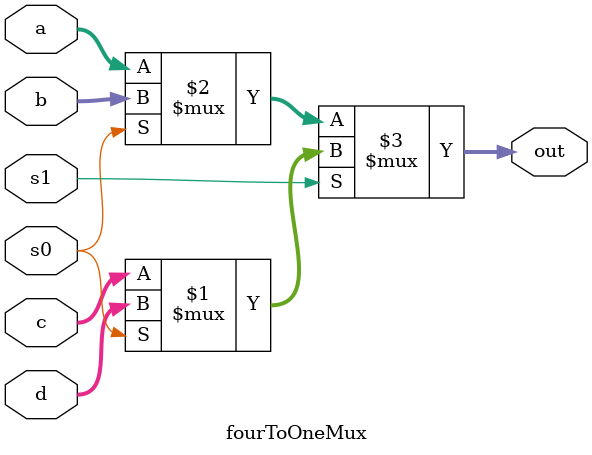
<source format=v>
module fourToOneMux(output [31:0] out, input [31:0] a, b, c, d, input s0, s1);

	assign out = s1 ? (s0 ? d : c) : (s0 ? b: a);
	
	
	
endmodule
</source>
